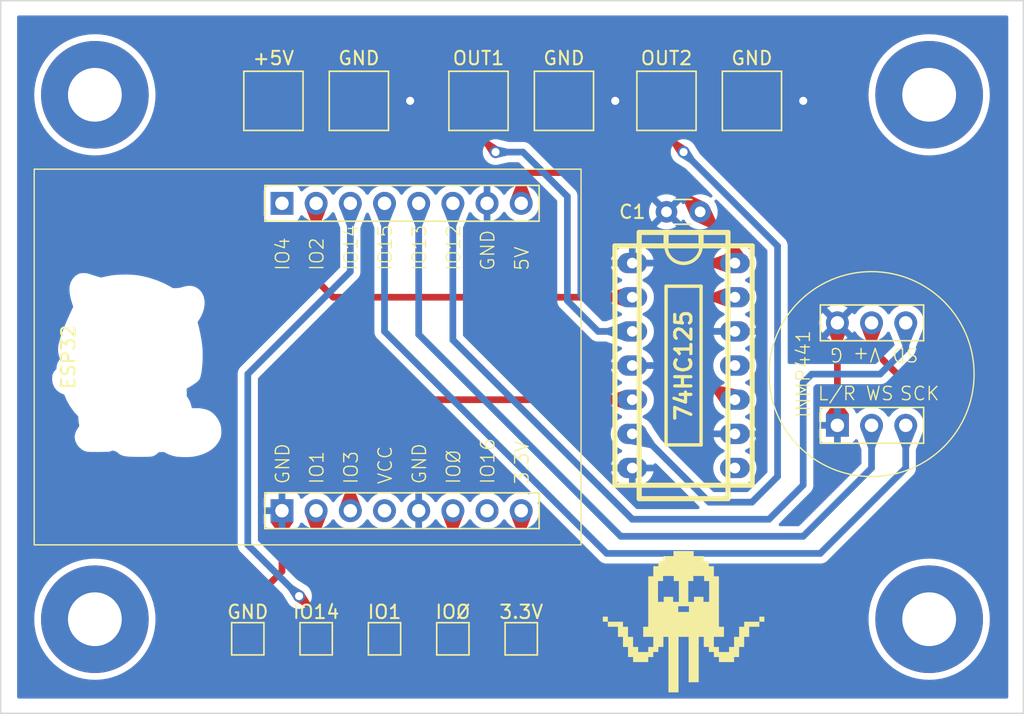
<source format=kicad_pcb>
(kicad_pcb (version 20221018) (generator pcbnew)
  (layers (0 "F.Cu" signal) (31 "B.Cu" signal) (34 "B.Paste" user) (35 "F.Paste" user) (36 "B.SilkS" user "B.Silkscreen") (37 "F.SilkS" user "F.Silkscreen") (38 "B.Mask" user) (39 "F.Mask" user) (44 "Edge.Cuts" user))
  (net 0 "")
  (net 1 "+5V")
  (net 2 "GND")
  (net 3 "IO3")
  (net 5 "IO1")
  (net 6 "+3.3V")
  (net 7 "IO12")
  (net 8 "IO13")
  (net 9 "IO15")
  (net 10 "IO14")
  (net 11 "IO2")
  (net 12 "IO0")
  (net 13 "OUT1")
  (net 14 "OUT2")
  (footprint "TestPoint:TestPoint_Pad_2.0x2.0mm" (layer "F.Cu") (at 120.015 90.805)
    (fp_text reference "IOØ" (at 0 -1.998) (layer "F.SilkS"))
    (fp_text value "IO0")
    (fp_line (start -1.2 -1.2) (end 1.2 -1.2) (stroke (width 0.12)) (layer "F.SilkS"))
    (fp_line (start -1.2 1.2) (end -1.2 -1.2) (stroke (width 0.12)) (layer "F.SilkS"))
    (fp_line (start 1.2 -1.2) (end 1.2 1.2) (stroke (width 0.12)) (layer "F.SilkS"))
    (fp_line (start 1.2 1.2) (end -1.2 1.2) (stroke (width 0.12)) (layer "F.SilkS"))
    (pad "1" smd rect (at 0 0) (size 2 2) (layers "F.Cu" "F.Mask") (net 12 "IO0"))
  )
  (footprint "MountingHole:MountingHole_4mm_Pad" (layer "F.Cu") (at 155.41 50.35)
    (fp_text reference "H2" hide)
    (fp_text value "MountingHole")
    (pad "1" thru_hole circle (at 0 0) (size 8 8) (drill 4) (layers "*.Cu" "*.Mask"))
  )
  (footprint "MountingHole:MountingHole_4mm_Pad" (layer "F.Cu") (at 93.41 89.35)
    (fp_text reference "H3" hide)
    (fp_text value "MountingHole")
    (pad "1" thru_hole circle (at 0 0) (size 8 8) (drill 4) (layers "*.Cu" "*.Mask"))
  )
  (footprint "TestPoint:TestPoint_Pad_2.0x2.0mm" (layer "F.Cu") (at 109.855 90.805)
    (fp_text reference "IO14" (at 0 -1.998) (layer "F.SilkS"))
    (fp_text value "IO14")
    (fp_line (start -1.2 -1.2) (end 1.2 -1.2) (stroke (width 0.12)) (layer "F.SilkS"))
    (fp_line (start -1.2 1.2) (end -1.2 -1.2) (stroke (width 0.12)) (layer "F.SilkS"))
    (fp_line (start 1.2 -1.2) (end 1.2 1.2) (stroke (width 0.12)) (layer "F.SilkS"))
    (fp_line (start 1.2 1.2) (end -1.2 1.2) (stroke (width 0.12)) (layer "F.SilkS"))
    (pad "1" smd rect (at 0 0) (size 2 2) (layers "F.Cu" "F.Mask") (net 10 "IO14"))
  )
  (footprint "TestPoint:TestPoint_Pad_4.0x4.0mm" (layer "F.Cu") (at 142.24 50.8)
    (fp_text reference "GND" (at 0 -3.175) (layer "F.SilkS"))
    (fp_text value "GND")
    (fp_line (start -2.2 -2.2) (end 2.2 -2.2) (stroke (width 0.12)) (layer "F.SilkS"))
    (fp_line (start -2.2 2.2) (end -2.2 -2.2) (stroke (width 0.12)) (layer "F.SilkS"))
    (fp_line (start 2.2 -2.2) (end 2.2 2.2) (stroke (width 0.12)) (layer "F.SilkS"))
    (fp_line (start 2.2 2.2) (end -2.2 2.2) (stroke (width 0.12)) (layer "F.SilkS"))
    (pad "1" smd rect (at 0 0) (size 4 4) (layers "F.Cu" "F.Mask") (net 2 "GND"))
  )
  (footprint "TestPoint:TestPoint_Pad_4.0x4.0mm" (layer "F.Cu") (at 106.68 50.8)
    (fp_text reference "+5V" (at 0 -3.175) (layer "F.SilkS"))
    (fp_text value "5V")
    (fp_line (start -2.2 -2.2) (end 2.2 -2.2) (stroke (width 0.12)) (layer "F.SilkS"))
    (fp_line (start -2.2 2.2) (end -2.2 -2.2) (stroke (width 0.12)) (layer "F.SilkS"))
    (fp_line (start 2.2 -2.2) (end 2.2 2.2) (stroke (width 0.12)) (layer "F.SilkS"))
    (fp_line (start 2.2 2.2) (end -2.2 2.2) (stroke (width 0.12)) (layer "F.SilkS"))
    (pad "1" smd rect (at 0 0) (size 4 4) (layers "F.Cu" "F.Mask") (net 1 "+5V"))
  )
  (footprint "MountingHole:MountingHole_4mm_Pad" (layer "F.Cu") (at 93.41 50.35)
    (fp_text reference "H1" hide)
    (fp_text value "MountingHole")
    (pad "1" thru_hole circle (at 0 0) (size 8 8) (drill 4) (layers "*.Cu" "*.Mask"))
  )
  (footprint "TestPoint:TestPoint_Pad_4.0x4.0mm" (layer "F.Cu") (at 121.92 50.8)
    (fp_text reference "OUT1" (at 0 -3.175) (layer "F.SilkS"))
    (fp_text value "OUT1")
    (fp_line (start -2.2 -2.2) (end 2.2 -2.2) (stroke (width 0.12)) (layer "F.SilkS"))
    (fp_line (start -2.2 2.2) (end -2.2 -2.2) (stroke (width 0.12)) (layer "F.SilkS"))
    (fp_line (start 2.2 -2.2) (end 2.2 2.2) (stroke (width 0.12)) (layer "F.SilkS"))
    (fp_line (start 2.2 2.2) (end -2.2 2.2) (stroke (width 0.12)) (layer "F.SilkS"))
    (pad "1" smd rect (at 0 0) (size 4 4) (layers "F.Cu" "F.Mask") (net 13 "OUT1"))
  )
  (footprint "esp32:ESP32-CAM" (layer "F.Cu") (at 109.22 81.28 90)
    (fp_text reference "ESP32" (at 11.43 -17.78 90) (layer "F.SilkS"))
    (fp_text value "ESP32")
    (fp_text user "IO13" (at 17.78 8.89 90 unlocked) (layer "F.SilkS") (effects (font (thickness 0.1)) (justify left bottom)))
    (fp_text user "IO14" (at 17.78 3.81 90 unlocked) (layer "F.SilkS") (effects (font (thickness 0.1)) (justify left bottom)))
    (fp_text user "IO3" (at 1.905 3.81 90 unlocked) (layer "F.SilkS") (effects (font (thickness 0.1)) (justify left bottom)))
    (fp_text user "IO1" (at 1.905 1.27 90 unlocked) (layer "F.SilkS") (effects (font (thickness 0.1)) (justify left bottom)))
    (fp_text user "IOØ" (at 1.905 11.43 90 unlocked) (layer "F.SilkS") (effects (font (thickness 0.1)) (justify left bottom)))
    (fp_text user "3.3V" (at 1.905 16.51 90 unlocked) (layer "F.SilkS") (effects (font (thickness 0.1)) (justify left bottom)))
    (fp_text user "VCC" (at 1.905 6.35 90 unlocked) (layer "F.SilkS") (effects (font (thickness 0.1)) (justify left bottom)))
    (fp_text user "IO12" (at 17.78 11.43 90 unlocked) (layer "F.SilkS") (effects (font (thickness 0.1)) (justify left bottom)))
    (fp_text user "GND" (at 1.905 8.89 90 unlocked) (layer "F.SilkS") (effects (font (thickness 0.1)) (justify left bottom)))
    (fp_text user "IO2" (at 17.78 1.27 90 unlocked) (layer "F.SilkS") (effects (font (thickness 0.1)) (justify left bottom)))
    (fp_text user "5V" (at 17.78 16.51 90 unlocked) (layer "F.SilkS") (effects (font (thickness 0.1)) (justify left bottom)))
    (fp_text user "IO16" (at 1.905 13.97 90 unlocked) (layer "F.SilkS") (effects (font (thickness 0.1)) (justify left bottom)))
    (fp_text user "GND" (at 17.78 13.97 90 unlocked) (layer "F.SilkS") (effects (font (thickness 0.1)) (justify left bottom)))
    (fp_text user "IO15" (at 17.78 6.35 90 unlocked) (layer "F.SilkS") (effects (font (thickness 0.1)) (justify left bottom)))
    (fp_text user "GND" (at 1.905 -1.27 90 unlocked) (layer "F.SilkS") (effects (font (thickness 0.1)) (justify left bottom)))
    (fp_text user "IO4" (at 17.78 -1.27 90 unlocked) (layer "F.SilkS") (effects (font (thickness 0.1)) (justify left bottom)))
    (fp_line (start -1.33 -3.175) (end -1.33 17.205) (stroke (width 0.12)) (layer "F.SilkS"))
    (fp_line (start -1.33 -3.175) (end 1.33 -3.175) (stroke (width 0.12)) (layer "F.SilkS"))
    (fp_line (start -1.33 17.205) (end 1.33 17.205) (stroke (width 0.12)) (layer "F.SilkS"))
    (fp_line (start 1.33 -3.175) (end 1.33 17.205) (stroke (width 0.12)) (layer "F.SilkS"))
    (fp_line (start 21.53 -3.175) (end 21.53 17.205) (stroke (width 0.12)) (layer "F.SilkS"))
    (fp_line (start 21.53 -3.175) (end 24.19 -3.175) (stroke (width 0.12)) (layer "F.SilkS"))
    (fp_line (start 21.53 17.205) (end 24.19 17.205) (stroke (width 0.12)) (layer "F.SilkS"))
    (fp_line (start 24.19 -3.175) (end 24.19 17.205) (stroke (width 0.12)) (layer "F.SilkS"))
    (fp_rect (start -2.54 20.32) (end 25.4 -20.32) (stroke (width 0.1)) (fill none) (layer "F.SilkS"))
    (pad "1" thru_hole rect (at 0 -1.905 90) (size 1.7 1.7) (drill 1) (layers "*.Cu" "*.Mask") (net 2 "GND"))
    (pad "2" thru_hole oval (at 0 0.635 90) (size 1.7 1.7) (drill 1) (layers "*.Cu" "*.Mask") (net 5 "IO1"))
    (pad "3" thru_hole oval (at 0 3.175 90) (size 1.7 1.7) (drill 1) (layers "*.Cu" "*.Mask") (net 3 "IO3"))
    (pad "4" thru_hole oval (at 0 5.715 90) (size 1.7 1.7) (drill 1) (layers "*.Cu" "*.Mask"))
    (pad "5" thru_hole oval (at 0 8.255 90) (size 1.7 1.7) (drill 1) (layers "*.Cu" "*.Mask") (net 2 "GND"))
    (pad "6" thru_hole oval (at 0 10.795 90) (size 1.7 1.7) (drill 1) (layers "*.Cu" "*.Mask") (net 12 "IO0"))
    (pad "7" thru_hole oval (at 0 13.335 90) (size 1.7 1.7) (drill 1) (layers "*.Cu" "*.Mask"))
    (pad "8" thru_hole oval (at 0 15.875 90) (size 1.7 1.7) (drill 1) (layers "*.Cu" "*.Mask") (net 6 "+3.3V"))
    (pad "9" thru_hole oval (at 22.86 15.875 90) (size 1.7 1.7) (drill 1) (layers "*.Cu" "*.Mask") (net 1 "+5V"))
    (pad "10" thru_hole oval (at 22.86 13.335 90) (size 1.7 1.7) (drill 1) (layers "*.Cu" "*.Mask") (net 2 "GND"))
    (pad "11" thru_hole oval (at 22.86 10.795 90) (size 1.7 1.7) (drill 1) (layers "*.Cu" "*.Mask") (net 7 "IO12"))
    (pad "12" thru_hole oval (at 22.86 8.255 90) (size 1.7 1.7) (drill 1) (layers "*.Cu" "*.Mask") (net 8 "IO13"))
    (pad "13" thru_hole oval (at 22.86 5.715 90) (size 1.7 1.7) (drill 1) (layers "*.Cu" "*.Mask") (net 9 "IO15"))
    (pad "14" thru_hole oval (at 22.86 3.175 90) (size 1.7 1.7) (drill 1) (layers "*.Cu" "*.Mask") (net 10 "IO14"))
    (pad "15" thru_hole oval (at 22.86 0.635 90) (size 1.7 1.7) (drill 1) (layers "*.Cu" "*.Mask") (net 11 "IO2"))
    (pad "16" thru_hole rect (at 22.86 -1.905 90) (size 1.7 1.7) (drill 1) (layers "*.Cu" "*.Mask"))
  )
  (footprint "MountingHole:MountingHole_4mm_Pad" (layer "F.Cu") (at 155.41 89.35)
    (fp_text reference "H4" hide)
    (fp_text value "MountingHole")
    (pad "1" thru_hole circle (at 0 0) (size 8 8) (drill 4) (layers "*.Cu" "*.Mask"))
  )
  (footprint "TestPoint:TestPoint_Pad_4.0x4.0mm" (layer "F.Cu") (at 128.27 50.8)
    (fp_text reference "GND" (at 0 -3.175) (layer "F.SilkS"))
    (fp_text value "GND")
    (fp_line (start -2.2 -2.2) (end 2.2 -2.2) (stroke (width 0.12)) (layer "F.SilkS"))
    (fp_line (start -2.2 2.2) (end -2.2 -2.2) (stroke (width 0.12)) (layer "F.SilkS"))
    (fp_line (start 2.2 -2.2) (end 2.2 2.2) (stroke (width 0.12)) (layer "F.SilkS"))
    (fp_line (start 2.2 2.2) (end -2.2 2.2) (stroke (width 0.12)) (layer "F.SilkS"))
    (pad "1" smd rect (at 0 0) (size 4 4) (layers "F.Cu" "F.Mask") (net 2 "GND"))
  )
  (footprint "esp32:INMP441-SOCKET" (layer "F.Cu") (at 148.59 74.93 90)
    (fp_text reference "INMP441" (at 3.81 -2.54 90 unlocked) (layer "F.SilkS") (effects (font (thickness 0.1))))
    (fp_text value "INMP441")
    (fp_text user "L/R" (at 1.778 -1.524 unlocked) (layer "F.SilkS") (effects (font (thickness 0.1)) (justify left bottom)))
    (fp_text user "G" (at 5.842 0.508 180 unlocked) (layer "F.SilkS") (effects (font (thickness 0.1)) (justify left bottom)))
    (fp_text user "SD" (at 5.842 6.096 180 unlocked) (layer "F.SilkS") (effects (font (thickness 0.1)) (justify left bottom)))
    (fp_text user "V+" (at 5.842 3.302 180 unlocked) (layer "F.SilkS") (effects (font (thickness 0.1)) (justify left bottom)))
    (fp_text user "SCK" (at 1.778 4.572 unlocked) (layer "F.SilkS") (effects (font (thickness 0.1)) (justify left bottom)))
    (fp_text user "WS" (at 1.778 2.032 unlocked) (layer "F.SilkS") (effects (font (thickness 0.1)) (justify left bottom)))
    (fp_line (start -1.33 -1.27) (end -1.33 6.41) (stroke (width 0.12)) (layer "F.SilkS"))
    (fp_line (start -1.33 6.41) (end 1.33 6.41) (stroke (width 0.12)) (layer "F.SilkS"))
    (fp_line (start 1.33 -1.27) (end -1.33 -1.27) (stroke (width 0.12)) (layer "F.SilkS"))
    (fp_line (start 1.33 -1.27) (end 1.33 6.41) (stroke (width 0.12)) (layer "F.SilkS"))
    (fp_line (start 6.29 -1.27) (end 6.29 6.41) (stroke (width 0.12)) (layer "F.SilkS"))
    (fp_line (start 6.29 -1.27) (end 8.95 -1.27) (stroke (width 0.12)) (layer "F.SilkS"))
    (fp_line (start 6.29 6.41) (end 8.95 6.41) (stroke (width 0.12)) (layer "F.SilkS"))
    (fp_line (start 8.95 -1.27) (end 8.95 6.41) (stroke (width 0.12)) (layer "F.SilkS"))
    (fp_circle (center 3.81 2.54) (end 11.43 2.54) (stroke (width 0.1)) (fill none) (layer "F.SilkS"))
    (pad "1" thru_hole rect (at 0 0 90) (size 1.7 1.7) (drill 1) (layers "*.Cu" "*.Mask") (net 2 "GND"))
    (pad "2" thru_hole oval (at 0 2.54 90) (size 1.7 1.7) (drill 1) (layers "*.Cu" "*.Mask") (net 8 "IO13"))
    (pad "3" thru_hole oval (at 0 5.08 90) (size 1.7 1.7) (drill 1) (layers "*.Cu" "*.Mask") (net 9 "IO15"))
    (pad "4" thru_hole oval (at 7.62 5.08 90) (size 1.7 1.7) (drill 1) (layers "*.Cu" "*.Mask") (net 7 "IO12"))
    (pad "5" thru_hole oval (at 7.62 2.54 90) (size 1.7 1.7) (drill 1) (layers "*.Cu" "*.Mask") (net 6 "+3.3V"))
    (pad "6" thru_hole circle (at 7.62 0 90) (size 1.7 1.7) (drill 1) (layers "*.Cu" "*.Mask") (net 2 "GND"))
  )
  (footprint "TestPoint:TestPoint_Pad_2.0x2.0mm" (layer "F.Cu") (at 104.775 90.805)
    (fp_text reference "GND" (at 0 -1.998) (layer "F.SilkS"))
    (fp_text value "GND")
    (fp_line (start -1.2 -1.2) (end 1.2 -1.2) (stroke (width 0.12)) (layer "F.SilkS"))
    (fp_line (start -1.2 1.2) (end -1.2 -1.2) (stroke (width 0.12)) (layer "F.SilkS"))
    (fp_line (start 1.2 -1.2) (end 1.2 1.2) (stroke (width 0.12)) (layer "F.SilkS"))
    (fp_line (start 1.2 1.2) (end -1.2 1.2) (stroke (width 0.12)) (layer "F.SilkS"))
    (pad "1" smd rect (at 0 0) (size 2 2) (layers "F.Cu" "F.Mask") (net 2 "GND"))
  )
  (footprint "Capacitor_THT:C_Disc_D3.0mm_W1.6mm_P2.50mm" (layer "F.Cu") (at 138.39 59.055 180)
    (fp_text reference "C1" (at 5.04 0) (layer "F.SilkS"))
    (fp_text value "0.1uF")
    (fp_line (start 0.621 -0.92) (end 1.879 -0.92) (stroke (width 0.12)) (layer "F.SilkS"))
    (fp_line (start 0.621 0.92) (end 1.879 0.92) (stroke (width 0.12)) (layer "F.SilkS"))
    (pad "1" thru_hole circle (at 0 0 180) (size 1.6 1.6) (drill 0.8) (layers "*.Cu" "*.Mask") (net 1 "+5V"))
    (pad "2" thru_hole circle (at 2.5 0 180) (size 1.6 1.6) (drill 0.8) (layers "*.Cu" "*.Mask") (net 2 "GND"))
  )
  (footprint "TestPoint:TestPoint_Pad_2.0x2.0mm" (layer "F.Cu") (at 125.095 90.805)
    (fp_text reference "3.3V" (at 0 -1.998) (layer "F.SilkS"))
    (fp_text value "IO0")
    (fp_line (start -1.2 -1.2) (end 1.2 -1.2) (stroke (width 0.12)) (layer "F.SilkS"))
    (fp_line (start -1.2 1.2) (end -1.2 -1.2) (stroke (width 0.12)) (layer "F.SilkS"))
    (fp_line (start 1.2 -1.2) (end 1.2 1.2) (stroke (width 0.12)) (layer "F.SilkS"))
    (fp_line (start 1.2 1.2) (end -1.2 1.2) (stroke (width 0.12)) (layer "F.SilkS"))
    (pad "1" smd rect (at 0 0) (size 2 2) (layers "F.Cu" "F.Mask") (net 6 "+3.3V"))
  )
  (footprint "TestPoint:TestPoint_Pad_4.0x4.0mm" (layer "F.Cu") (at 113.03 50.8)
    (fp_text reference "GND" (at 0 -3.175) (layer "F.SilkS"))
    (fp_text value "GND")
    (fp_line (start -2.2 -2.2) (end 2.2 -2.2) (stroke (width 0.12)) (layer "F.SilkS"))
    (fp_line (start -2.2 2.2) (end -2.2 -2.2) (stroke (width 0.12)) (layer "F.SilkS"))
    (fp_line (start 2.2 -2.2) (end 2.2 2.2) (stroke (width 0.12)) (layer "F.SilkS"))
    (fp_line (start 2.2 2.2) (end -2.2 2.2) (stroke (width 0.12)) (layer "F.SilkS"))
    (pad "1" smd rect (at 0 0) (size 4 4) (layers "F.Cu" "F.Mask") (net 2 "GND"))
  )
  (footprint "TestPoint:TestPoint_Pad_4.0x4.0mm" (layer "F.Cu") (at 135.89 50.8)
    (fp_text reference "OUT2" (at 0 -3.175) (layer "F.SilkS"))
    (fp_text value "OUT2")
    (fp_line (start -2.2 -2.2) (end 2.2 -2.2) (stroke (width 0.12)) (layer "F.SilkS"))
    (fp_line (start -2.2 2.2) (end -2.2 -2.2) (stroke (width 0.12)) (layer "F.SilkS"))
    (fp_line (start 2.2 -2.2) (end 2.2 2.2) (stroke (width 0.12)) (layer "F.SilkS"))
    (fp_line (start 2.2 2.2) (end -2.2 2.2) (stroke (width 0.12)) (layer "F.SilkS"))
    (pad "1" smd rect (at 0 0) (size 4 4) (layers "F.Cu" "F.Mask") (net 14 "OUT2"))
  )
  (footprint "LOGO" (layer "F.Cu") (at 137.16 89.535)
    (fp_text reference "G***" hide)
    (fp_text value "LOGO" hide)
    (fp_poly (pts (xy -5.628809 -0.187627) (xy -5.628809 0) (xy -5.816436 0) (xy -6.004062 0) (xy -6.004062 -0.187627) (xy -6.004062 -0.375253) (xy -5.816436 -0.375253) (xy -5.628809 -0.375253)) (fill solid) (layer "F.SilkS"))
    (fp_poly (pts (xy 0.750508 -5.065928) (xy 0.750508 -4.878301) (xy 1.125762 -4.878301) (xy 1.501016 -4.878301) (xy 1.501016 -4.690674) (xy 1.501016 -4.503047) (xy 1.688643 -4.503047) (xy 1.87627 -4.503047) (xy 1.87627 -4.31542) (xy 1.87627 -4.127793) (xy 2.063897 -4.127793) (xy 2.251524 -4.127793) (xy 2.251524 -3.752539) (xy 2.251524 -3.377285) (xy 2.439151 -3.377285) (xy 2.626778 -3.377285) (xy 2.626778 -1.501015) (xy 2.626778 0.375254) (xy 2.814405 0.375254) (xy 3.002032 0.375254) (xy 3.002032 0.750508) (xy 3.002032 1.125762) (xy 2.626778 1.125762) (xy 2.251524 1.125762) (xy 2.251524 1.501016) (xy 2.251524 1.87627) (xy 2.439151 1.87627) (xy 2.626778 1.87627) (xy 2.626778 2.063897) (xy 2.626778 2.251524) (xy 3.002032 2.251524) (xy 3.377286 2.251524) (xy 3.377286 2.063897) (xy 3.377286 1.87627) (xy 3.564913 1.87627) (xy 3.75254 1.87627) (xy 3.75254 1.501016) (xy 3.75254 1.125762) (xy 3.940166 1.125762) (xy 4.127793 1.125762) (xy 4.127793 0.750508) (xy 4.127793 0.375254) (xy 4.31542 0.375254) (xy 4.503047 0.375254) (xy 4.503047 0.187627) (xy 4.503047 0) (xy 5.065928 0) (xy 5.628809 0) (xy 5.628809 -0.187627) (xy 5.628809 -0.375253) (xy 5.816436 -0.375253) (xy 6.004063 -0.375253) (xy 6.004063 -0.187627) (xy 6.004063 0) (xy 5.816436 0) (xy 5.628809 0) (xy 5.628809 0.187627) (xy 5.628809 0.375254) (xy 5.253555 0.375254) (xy 4.878301 0.375254) (xy 4.878301 0.750508) (xy 4.878301 1.125762) (xy 4.690674 1.125762) (xy 4.503047 1.125762) (xy 4.503047 1.501016) (xy 4.503047 1.87627) (xy 4.31542 1.87627) (xy 4.127793 1.87627) (xy 4.127793 2.251524) (xy 4.127793 2.626778) (xy 3.940166 2.626778) (xy 3.75254 2.626778) (xy 3.75254 2.814405) (xy 3.75254 3.002032) (xy 3.189659 3.002032) (xy 2.626778 3.002032) (xy 2.626778 2.814405) (xy 2.626778 2.626778) (xy 2.439151 2.626778) (xy 2.251524 2.626778) (xy 2.251524 2.439151) (xy 2.251524 2.251524) (xy 2.063897 2.251524) (xy 1.87627 2.251524) (xy 1.87627 2.063897) (xy 1.87627 1.87627) (xy 1.688643 1.87627) (xy 1.501016 1.87627) (xy 1.501016 1.501016) (xy 1.501016 1.125762) (xy 1.313389 1.125762) (xy 1.125762 1.125762) (xy 1.125762 2.814405) (xy 1.125762 4.503048) (xy 0.750508 4.503048) (xy 0.375254 4.503048) (xy 0.375254 2.814405) (xy 0.375254 1.125762) (xy 0 1.125762) (xy -0.375254 1.125762) (xy -0.375254 3.189659) (xy -0.375254 5.253555) (xy -0.750508 5.253555) (xy -1.125761 5.253555) (xy -1.125761 3.189659) (xy -1.125761 1.125762) (xy -1.313388 1.125762) (xy -1.501015 1.125762) (xy -1.501015 1.501016) (xy -1.501015 1.87627) (xy -1.688642 1.87627) (xy -1.876269 1.87627) (xy -1.876269 2.063897) (xy -1.876269 2.251524) (xy -2.063896 2.251524) (xy -2.251523 2.251524) (xy -2.251523 2.439151) (xy -2.251523 2.626778) (xy -2.43915 2.626778) (xy -2.626777 2.626778) (xy -2.626777 2.814405) (xy -2.626777 3.002032) (xy -3.189658 3.002032) (xy -3.752539 3.002032) (xy -3.752539 2.814405) (xy -3.752539 2.626778) (xy -3.940166 2.626778) (xy -4.127793 2.626778) (xy -4.127793 2.251524) (xy -4.127793 1.87627) (xy -4.31542 1.87627) (xy -4.503047 1.87627) (xy -4.503047 1.501016) (xy -4.503047 1.125762) (xy -4.690674 1.125762) (xy -4.878301 1.125762) (xy -4.878301 0.750508) (xy -4.878301 0.375254) (xy -5.253555 0.375254) (xy -5.628809 0.375254) (xy -5.628809 0.187627) (xy -5.628809 0) (xy -5.065928 0) (xy -4.503047 0) (xy -4.503047 0.187627) (xy -4.503047 0.375254) (xy -4.31542 0.375254) (xy -4.127793 0.375254) (xy -4.127793 0.750508) (xy -4.127793 1.125762) (xy -3.940166 1.125762) (xy -3.752539 1.125762) (xy -3.752539 1.501016) (xy -3.752539 1.87627) (xy -3.564912 1.87627) (xy -3.377285 1.87627) (xy -3.377285 2.063897) (xy -3.377285 2.251524) (xy -3.002031 2.251524) (xy -2.626777 2.251524) (xy -2.626777 2.063897) (xy -2.626777 1.87627) (xy -2.43915 1.87627) (xy -2.251523 1.87627) (xy -2.251523 1.501016) (xy -2.251523 1.125762) (xy -2.626777 1.125762) (xy -3.002031 1.125762) (xy -3.002031 0.750508) (xy -3.002031 0.375254) (xy -2.814404 0.375254) (xy -2.626777 0.375254) (xy -2.626777 -1.149215) (xy -0.398707 -1.149215) (xy -0.398707 -0.938134) (xy -0.398707 -0.727054) (xy 0 -0.727054) (xy 0.398708 -0.727054) (xy 0.398708 -0.938134) (xy 0.398708 -1.149215) (xy 0 -1.149215) (xy -0.398707 -1.149215) (xy -2.626777 -1.149215) (xy -2.626777 -1.477562) (xy -1.899723 -1.477562) (xy -1.688642 -1.477562) (xy -1.477562 -1.477562) (xy -1.477562 -1.665189) (xy -1.477562 -1.852816) (xy -1.125761 -1.852816) (xy -0.773961 -1.852816) (xy -0.773961 -1.665189) (xy -0.773961 -1.477562) (xy -0.562881 -1.477562) (xy -0.3518 -1.477562) (xy 0.351801 -1.477562) (xy 0.562881 -1.477562) (xy 0.773962 -1.477562) (xy 0.773962 -1.665189) (xy 0.773962 -1.852816) (xy 1.125762 -1.852816) (xy 1.477563 -1.852816) (xy 1.477563 -1.665189) (xy 1.477563 -1.477562) (xy 1.688643 -1.477562) (xy 1.899723 -1.477562) (xy 1.899723 -2.251523) (xy 1.899723 -3.025484) (xy 1.712096 -3.025484) (xy 1.524469 -3.025484) (xy 1.524469 -3.213111) (xy 1.524469 -3.400738) (xy 1.125762 -3.400738) (xy 0.727055 -3.400738) (xy 0.727055 -3.213111) (xy 0.727055 -3.025484) (xy 0.539428 -3.025484) (xy 0.351801 -3.025484) (xy 0.351801 -2.251523) (xy 0.351801 -1.477562) (xy -0.3518 -1.477562) (xy -0.3518 -2.251523) (xy -0.3518 -3.025484) (xy -0.539427 -3.025484) (xy -0.727054 -3.025484) (xy -0.727054 -3.213111) (xy -0.727054 -3.400738) (xy -1.125761 -3.400738) (xy -1.524469 -3.400738) (xy -1.524469 -3.213111) (xy -1.524469 -3.025484) (xy -1.712096 -3.025484) (xy -1.899723 -3.025484) (xy -1.899723 -2.251523) (xy -1.899723 -1.477562) (xy -2.626777 -1.477562) (xy -2.626777 -1.501015) (xy -2.626777 -3.377285) (xy -2.43915 -3.377285) (xy -2.251523 -3.377285) (xy -2.251523 -3.752539) (xy -2.251523 -4.127793) (xy -2.063896 -4.127793) (xy -1.876269 -4.127793) (xy -1.876269 -4.31542) (xy -1.876269 -4.503047) (xy -1.688642 -4.503047) (xy -1.501015 -4.503047) (xy -1.501015 -4.690674) (xy -1.501015 -4.878301) (xy -1.125761 -4.878301) (xy -0.750508 -4.878301) (xy -0.750508 -5.065928) (xy -0.750508 -5.253554) (xy 0 -5.253554) (xy 0.750508 -5.253554)) (fill solid) (layer "F.SilkS"))
  )
  (footprint "TestPoint:TestPoint_Pad_2.0x2.0mm" (layer "F.Cu") (at 114.935 90.805)
    (fp_text reference "IO1" (at 0 -1.998) (layer "F.SilkS"))
    (fp_text value "IO1")
    (fp_line (start -1.2 -1.2) (end 1.2 -1.2) (stroke (width 0.12)) (layer "F.SilkS"))
    (fp_line (start -1.2 1.2) (end -1.2 -1.2) (stroke (width 0.12)) (layer "F.SilkS"))
    (fp_line (start 1.2 -1.2) (end 1.2 1.2) (stroke (width 0.12)) (layer "F.SilkS"))
    (fp_line (start 1.2 1.2) (end -1.2 1.2) (stroke (width 0.12)) (layer "F.SilkS"))
    (pad "1" smd rect (at 0 0) (size 2 2) (layers "F.Cu" "F.Mask") (net 5 "IO1"))
  )
  (footprint "w_pth_circuits:dil_14-300_socket" (layer "F.Cu") (at 137.16 70.485 -90)
    (fp_text reference "74HC125" (at 0 0 90) (layer "F.SilkS") (effects (font (size 1.2 1.2) (thickness 0.24))))
    (fp_text value "74HC125" hide)
    (fp_line (start -9.9 -3.3) (end 9.9 -3.3) (stroke (width 0.381)) (layer "F.SilkS"))
    (fp_line (start -9.9 3.3) (end -9.9 -3.3) (stroke (width 0.381)) (layer "F.SilkS"))
    (fp_line (start -8.9 -1.3) (end -9.9 -1.3) (stroke (width 0.381)) (layer "F.SilkS"))
    (fp_line (start -8.9 1.3) (end -9.9 1.3) (stroke (width 0.381)) (layer "F.SilkS"))
    (fp_line (start -8.9 5.1) (end -8.9 -5.1) (stroke (width 0.381)) (layer "F.SilkS"))
    (fp_line (start -8.9 5.1) (end 8.9 5.1) (stroke (width 0.381)) (layer "F.SilkS"))
    (fp_line (start -5.9 -1.3) (end -5.9 1.3) (stroke (width 0.254)) (layer "F.SilkS"))
    (fp_line (start -5.9 -1.3) (end 5.9 -1.3) (stroke (width 0.254)) (layer "F.SilkS"))
    (fp_line (start 5.9 1.3) (end -5.9 1.3) (stroke (width 0.254)) (layer "F.SilkS"))
    (fp_line (start 5.9 1.3) (end 5.9 -1.3) (stroke (width 0.254)) (layer "F.SilkS"))
    (fp_line (start 8.9 -5.1) (end -8.9 -5.1) (stroke (width 0.381)) (layer "F.SilkS"))
    (fp_line (start 8.9 -5.1) (end 8.9 5.1) (stroke (width 0.381)) (layer "F.SilkS"))
    (fp_line (start 9.9 -3.3) (end 9.9 3.3) (stroke (width 0.381)) (layer "F.SilkS"))
    (fp_line (start 9.9 3.3) (end -9.9 3.3) (stroke (width 0.381)) (layer "F.SilkS"))
    (fp_arc (start -8.9 -1.3) (mid -7.980761 -0.919239) (end -7.6 0) (stroke (width 0.254)) (layer "F.SilkS"))
    (fp_arc (start -7.6 0) (mid -7.980761 0.919239) (end -8.9 1.3) (stroke (width 0.254)) (layer "F.SilkS"))
    (pad "1" thru_hole oval (at -7.62 3.81 270) (size 1.5 2.2) (drill 0.8) (layers "*.Cu" "*.Mask") (net 2 "GND"))
    (pad "2" thru_hole oval (at -5.08 3.81 270) (size 1.5 2.2) (drill 0.8) (layers "*.Cu" "*.Mask") (net 11 "IO2"))
    (pad "3" thru_hole oval (at -2.54 3.81 270) (size 1.5 2.2) (drill 0.8) (layers "*.Cu" "*.Mask") (net 13 "OUT1"))
    (pad "4" thru_hole oval (at 0 3.81 270) (size 1.5 2.2) (drill 0.8) (layers "*.Cu" "*.Mask") (net 2 "GND"))
    (pad "5" thru_hole oval (at 2.54 3.81 270) (size 1.5 2.2) (drill 0.8) (layers "*.Cu" "*.Mask") (net 3 "IO3"))
    (pad "6" thru_hole oval (at 5.08 3.81 270) (size 1.5 2.2) (drill 0.8) (layers "*.Cu" "*.Mask") (net 14 "OUT2"))
    (pad "7" thru_hole oval (at 7.62 3.81 270) (size 1.5 2.2) (drill 0.8) (layers "*.Cu" "*.Mask") (net 2 "GND"))
    (pad "8" thru_hole oval (at 7.62 -3.81 270) (size 1.5 2.2) (drill 0.8) (layers "*.Cu" "*.Mask"))
    (pad "9" thru_hole oval (at 5.08 -3.81 270) (size 1.5 2.2) (drill 0.8) (layers "*.Cu" "*.Mask") (net 2 "GND"))
    (pad "10" thru_hole oval (at 2.54 -3.81 270) (size 1.5 2.2) (drill 0.8) (layers "*.Cu" "*.Mask") (net 1 "+5V"))
    (pad "11" thru_hole oval (at 0 -3.81 270) (size 1.5 2.2) (drill 0.8) (layers "*.Cu" "*.Mask"))
    (pad "12" thru_hole oval (at -2.54 -3.81 270) (size 1.5 2.2) (drill 0.8) (layers "*.Cu" "*.Mask") (net 2 "GND"))
    (pad "13" thru_hole oval (at -5.08 -3.81 270) (size 1.5 2.2) (drill 0.8) (layers "*.Cu" "*.Mask") (net 1 "+5V"))
    (pad "14" thru_hole oval (at -7.62 -3.81 270) (size 1.5 2.2) (drill 0.8) (layers "*.Cu" "*.Mask") (net 1 "+5V"))
  )
  (gr_rect (start 86.41 43.35) (end 162.41 96.35) (stroke (width 0.1)) (fill none) (layer "Edge.Cuts"))
  (segment (start 106.68 54.61) (end 108.204 56.134) (width 0.5) (layer "F.Cu") (net 1))
  (segment (start 140.97 62.865) (end 140.97 61.635) (width 0.5) (layer "F.Cu") (net 1))
  (segment (start 125.095 56.134) (end 125.095 58.42) (width 0.5) (layer "F.Cu") (net 1))
  (segment (start 135.509 56.134) (end 138.39 59.015) (width 0.5) (layer "F.Cu") (net 1))
  (segment (start 140.97 65.405) (end 138.43 65.405) (width 0.5) (layer "F.Cu") (net 1))
  (segment (start 138.43 71.12) (end 140.335 73.025) (width 0.5) (layer "F.Cu") (net 1))
  (segment (start 140.335 73.025) (end 140.97 73.025) (width 0.5) (layer "F.Cu") (net 1))
  (segment (start 138.43 66.04) (end 138.43 71.12) (width 0.5) (layer "F.Cu") (net 1))
  (segment (start 131.318 56.134) (end 135.509 56.134) (width 0.5) (layer "F.Cu") (net 1))
  (segment (start 140.97 61.635) (end 138.39 59.055) (width 0.5) (layer "F.Cu") (net 1))
  (segment (start 123.825 56.134) (end 131.318 56.134) (width 0.5) (layer "F.Cu") (net 1))
  (segment (start 138.43 65.405) (end 138.43 66.04) (width 0.5) (layer "F.Cu") (net 1))
  (segment (start 138.43 63.5) (end 138.43 65.405) (width 0.5) (layer "F.Cu") (net 1))
  (segment (start 123.825 56.134) (end 125.095 56.134) (width 0.5) (layer "F.Cu") (net 1))
  (segment (start 139.065 62.865) (end 138.43 63.5) (width 0.5) (layer "F.Cu") (net 1))
  (segment (start 106.68 50.8) (end 106.68 54.61) (width 0.5) (layer "F.Cu") (net 1))
  (segment (start 108.204 56.134) (end 123.825 56.134) (width 0.5) (layer "F.Cu") (net 1))
  (segment (start 140.97 62.865) (end 139.065 62.865) (width 0.5) (layer "F.Cu") (net 1))
  (segment (start 138.39 59.015) (end 138.39 59.055) (width 0.5) (layer "F.Cu") (net 1))
  (segment (start 128.27 50.8) (end 132.08 50.8) (width 0.5) (layer "F.Cu") (net 2))
  (segment (start 142.24 50.8) (end 146.05 50.8) (width 0.5) (layer "F.Cu") (net 2))
  (segment (start 104.775 88.3285) (end 107.315 85.7885) (width 0.5) (layer "F.Cu") (net 2))
  (segment (start 107.315 85.7885) (end 107.315 81.28) (width 0.5) (layer "F.Cu") (net 2))
  (segment (start 113.03 50.8) (end 116.84 50.8) (width 0.5) (layer "F.Cu") (net 2))
  (segment (start 148.59 67.31) (end 148.59 74.93) (width 0.5) (layer "F.Cu") (net 2))
  (segment (start 104.775 90.805) (end 104.775 88.3285) (width 0.5) (layer "F.Cu") (net 2))
  (via (at 146.05 50.8) (size 0.9) (drill 0.6) (layers "F.Cu" "B.Cu") (net 2))
  (via (at 116.84 50.8) (size 0.9) (drill 0.6) (layers "F.Cu" "B.Cu") (net 2))
  (via (at 132.08 50.8) (size 0.9) (drill 0.6) (layers "F.Cu" "B.Cu") (net 2))
  (segment (start 116.84 73.025) (end 133.35 73.025) (width 0.5) (layer "F.Cu") (net 3))
  (segment (start 112.395 81.28) (end 112.395 77.47) (width 0.5) (layer "F.Cu") (net 3))
  (segment (start 112.395 77.47) (end 116.84 73.025) (width 0.5) (layer "F.Cu") (net 3))
  (segment (start 109.855 81.28) (end 109.855 83.185) (width 0.5) (layer "F.Cu") (net 5))
  (segment (start 114.935 88.265) (end 114.935 90.805) (width 0.5) (layer "F.Cu") (net 5))
  (segment (start 109.855 83.185) (end 114.935 88.265) (width 0.5) (layer "F.Cu") (net 5))
  (segment (start 149.86 85.725) (end 125.095 85.725) (width 0.5) (layer "F.Cu") (net 6))
  (segment (start 156.21 74.295) (end 156.21 79.375) (width 0.5) (layer "F.Cu") (net 6))
  (segment (start 125.095 85.725) (end 125.095 81.28) (width 0.5) (layer "F.Cu") (net 6))
  (segment (start 156.21 79.375) (end 149.86 85.725) (width 0.5) (layer "F.Cu") (net 6))
  (segment (start 151.13 67.31) (end 151.13 69.215) (width 0.5) (layer "F.Cu") (net 6))
  (segment (start 125.095 90.805) (end 125.095 85.725) (width 0.5) (layer "F.Cu") (net 6))
  (segment (start 151.13 69.215) (end 156.21 74.295) (width 0.5) (layer "F.Cu") (net 6))
  (segment (start 120.015 68.58) (end 133.35 81.915) (width 0.5) (layer "B.Cu") (net 7))
  (segment (start 133.35 81.915) (end 143.51 81.915) (width 0.5) (layer "B.Cu") (net 7))
  (segment (start 143.51 81.915) (end 146.05 79.375) (width 0.5) (layer "B.Cu") (net 7))
  (segment (start 153.67 69.215) (end 153.67 67.31) (width 0.5) (layer "B.Cu") (net 7))
  (segment (start 146.05 71.755) (end 146.685 71.12) (width 0.5) (layer "B.Cu") (net 7))
  (segment (start 146.685 71.12) (end 151.765 71.12) (width 0.5) (layer "B.Cu") (net 7))
  (segment (start 146.05 79.375) (end 146.05 71.755) (width 0.5) (layer "B.Cu") (net 7))
  (segment (start 151.765 71.12) (end 153.67 69.215) (width 0.5) (layer "B.Cu") (net 7))
  (segment (start 120.015 58.42) (end 120.015 68.58) (width 0.5) (layer "B.Cu") (net 7))
  (segment (start 146.05 83.185) (end 151.13 78.105) (width 0.5) (layer "B.Cu") (net 8))
  (segment (start 151.13 78.105) (end 151.13 74.93) (width 0.5) (layer "B.Cu") (net 8))
  (segment (start 117.475 58.42) (end 117.475 68.16725) (width 0.5) (layer "B.Cu") (net 8))
  (segment (start 117.475 68.16725) (end 132.49275 83.185) (width 0.5) (layer "B.Cu") (net 8))
  (segment (start 132.49275 83.185) (end 146.05 83.185) (width 0.5) (layer "B.Cu") (net 8))
  (segment (start 114.935 58.42) (end 114.935 67.945) (width 0.5) (layer "B.Cu") (net 9))
  (segment (start 153.67 78.105) (end 153.67 74.93) (width 0.5) (layer "B.Cu") (net 9))
  (segment (start 147.32 84.455) (end 153.67 78.105) (width 0.5) (layer "B.Cu") (net 9))
  (segment (start 114.935 67.945) (end 131.445 84.455) (width 0.5) (layer "B.Cu") (net 9))
  (segment (start 131.445 84.455) (end 147.32 84.455) (width 0.5) (layer "B.Cu") (net 9))
  (segment (start 109.855 90.805) (end 109.855 88.9) (width 0.5) (layer "F.Cu") (net 10))
  (segment (start 109.855 88.9) (end 108.585 87.63) (width 0.5) (layer "F.Cu") (net 10))
  (via (at 108.585 87.63) (size 0.9) (drill 0.6) (layers "F.Cu" "B.Cu") (net 10))
  (segment (start 112.395 63.5) (end 104.775 71.12) (width 0.5) (layer "B.Cu") (net 10))
  (segment (start 112.395 58.42) (end 112.395 63.5) (width 0.5) (layer "B.Cu") (net 10))
  (segment (start 104.775 71.12) (end 104.775 83.82) (width 0.5) (layer "B.Cu") (net 10))
  (segment (start 104.775 83.82) (end 108.585 87.63) (width 0.5) (layer "B.Cu") (net 10))
  (segment (start 109.855 58.42) (end 109.855 64.135) (width 0.5) (layer "F.Cu") (net 11))
  (segment (start 109.855 64.135) (end 111.125 65.405) (width 0.5) (layer "F.Cu") (net 11))
  (segment (start 111.125 65.405) (end 133.35 65.405) (width 0.5) (layer "F.Cu") (net 11))
  (segment (start 120.015 90.805) (end 120.015 81.28) (width 0.5) (layer "F.Cu") (net 12))
  (segment (start 123.19 54.61) (end 121.92 53.34) (width 0.5) (layer "F.Cu") (net 13))
  (segment (start 121.92 53.34) (end 121.92 50.8) (width 0.5) (layer "F.Cu") (net 13))
  (via (at 123.19 54.61) (size 0.9) (drill 0.6) (layers "F.Cu" "B.Cu") (net 13))
  (segment (start 128.524 65.659) (end 130.81 67.945) (width 0.5) (layer "B.Cu") (net 13))
  (segment (start 128.524 57.912) (end 128.524 65.659) (width 0.5) (layer "B.Cu") (net 13))
  (segment (start 125.222 54.61) (end 128.524 57.912) (width 0.5) (layer "B.Cu") (net 13))
  (segment (start 123.19 54.61) (end 125.222 54.61) (width 0.5) (layer "B.Cu") (net 13))
  (segment (start 130.81 67.945) (end 133.35 67.945) (width 0.5) (layer "B.Cu") (net 13))
  (segment (start 135.89 53.34) (end 135.89 50.8) (width 0.5) (layer "F.Cu") (net 14))
  (segment (start 137.16 54.61) (end 135.89 53.34) (width 0.5) (layer "F.Cu") (net 14))
  (via (at 137.16 54.61) (size 0.9) (drill 0.6) (layers "F.Cu" "B.Cu") (net 14))
  (segment (start 142.24 80.645) (end 139.065 80.645) (width 0.5) (layer "B.Cu") (net 14))
  (segment (start 144.145 78.74) (end 142.24 80.645) (width 0.5) (layer "B.Cu") (net 14))
  (segment (start 144.145 61.595) (end 137.16 54.61) (width 0.5) (layer "B.Cu") (net 14))
  (segment (start 133.985 75.565) (end 133.35 75.565) (width 0.5) (layer "B.Cu") (net 14))
  (segment (start 139.065 80.645) (end 133.985 75.565) (width 0.5) (layer "B.Cu") (net 14))
  (segment (start 144.145 61.595) (end 144.145 78.74) (width 0.5) (layer "B.Cu") (net 14))
  (zone (net 0) (net_name "") (layers "F&B.Cu") (connect_pads (clearance 0)) (min_thickness 0.25)
    (keepout (tracks allowed) (vias allowed) (pads allowed) (copperpour not_allowed) (footprints allowed))
    (fill (thermal_gap 0.5) (thermal_bridge_width 0.5))
    (polygon (pts (xy 144.59 79.27) (xy 144.55 70.37) (xy 146.89 70.37) (xy 145.63 71.57) (xy 145.54 79.02) (xy 143.53 81.34) (xy 142.52 81.34) (xy 144.04 79.36) (xy 144.56 79.14)))
  )
  (zone (net 2) (net_name "GND") (layer "B.Cu") (name "Ground Plane") (connect_pads (clearance 0.5)) (min_thickness 0.25) (fill yes (thermal_gap 0.5) (thermal_bridge_width 0.5))
    (polygon (pts (xy 87.63 95.25) (xy 87.63 44.45) (xy 161.29 44.45) (xy 161.29 95.25)))
  )
)
</source>
